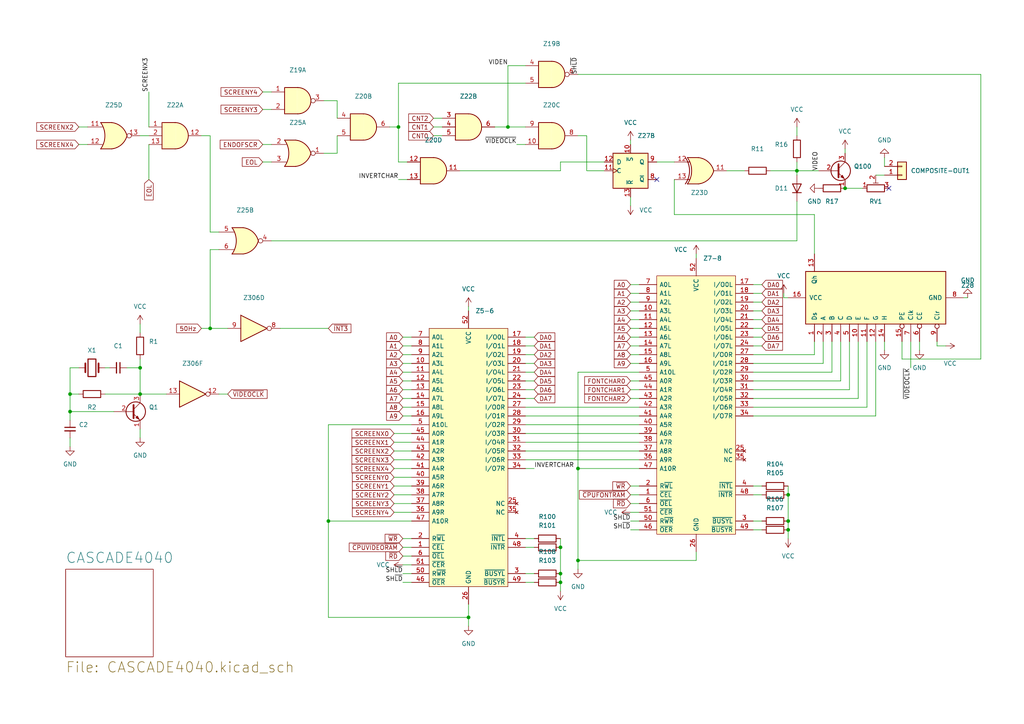
<source format=kicad_sch>
(kicad_sch (version 20211123) (generator eeschema)
  (paper "A4")
  (title_block (title "JupiterAceZ180") (date "2019-09-14") (rev "Alpha") (company "Ontobus") (comment 1 "John Bradley") (comment 2 "https://creativecommons.org/licenses/by-nc-sa/4.0/") (comment 3 "Attribution-NonCommercial-ShareAlike 4.0 International License.") (comment 4 "This work is licensed under a Creative Commons "))
  (lib_symbols
    (symbol "74xx:74AHCT04"
      (property "Reference" "U" (at 0 1.27 0))
      (property "Value" "74AHCT04" (at 0 -1.27 0))
      (symbol "74AHCT04_1_0"
        (pin input line (at -7.62 0 0) (length 3.81) (name "~") (number "1"))
        (pin output inverted (at 7.62 0 180) (length 3.81) (name "~") (number "2"))
      )
      (symbol "74AHCT04_2_0"
        (pin input line (at -7.62 0 0) (length 3.81) (name "~") (number "3"))
        (pin output inverted (at 7.62 0 180) (length 3.81) (name "~") (number "4"))
      )
      (symbol "74AHCT04_3_0"
        (pin input line (at -7.62 0 0) (length 3.81) (name "~") (number "5"))
        (pin output inverted (at 7.62 0 180) (length 3.81) (name "~") (number "6"))
      )
      (symbol "74AHCT04_4_0"
        (pin output inverted (at 7.62 0 180) (length 3.81) (name "~") (number "8"))
        (pin input line (at -7.62 0 0) (length 3.81) (name "~") (number "9"))
      )
      (symbol "74AHCT04_5_0"
        (pin output inverted (at 7.62 0 180) (length 3.81) (name "~") (number "10"))
        (pin input line (at -7.62 0 0) (length 3.81) (name "~") (number "11"))
      )
      (symbol "74AHCT04_6_0"
        (pin output inverted (at 7.62 0 180) (length 3.81) (name "~") (number "12"))
        (pin input line (at -7.62 0 0) (length 3.81) (name "~") (number "13"))
      )
      (symbol "74AHCT04_7_0"
        (pin power_in line (at 0 12.7 270) (length 5.08) (name "VCC") (number "14"))
        (pin power_in line (at 0 -12.7 90) (length 5.08) (name "GND") (number "7"))
      )
    )
    (symbol "74xx:74HCT00" (pin_names (offset 1.016))
      (property "Reference" "U" (at 0 1.27 0))
      (property "Value" "74HCT00" (at 0 -1.27 0))
      (symbol "74HCT00_1_1"
        (pin input line (at -7.62 2.54 0) (length 3.81) (name "~") (number "1"))
        (pin input line (at -7.62 -2.54 0) (length 3.81) (name "~") (number "2"))
        (pin output inverted (at 7.62 0 180) (length 3.81) (name "~") (number "3"))
      )
      (symbol "74HCT00_1_2"
        (pin input inverted (at -7.62 2.54 0) (length 4.318) (name "~") (number "1"))
        (pin input inverted (at -7.62 -2.54 0) (length 4.318) (name "~") (number "2"))
        (pin output line (at 7.62 0 180) (length 3.81) (name "~") (number "3"))
      )
      (symbol "74HCT00_2_1"
        (pin input line (at -7.62 2.54 0) (length 3.81) (name "~") (number "4"))
        (pin input line (at -7.62 -2.54 0) (length 3.81) (name "~") (number "5"))
        (pin output inverted (at 7.62 0 180) (length 3.81) (name "~") (number "6"))
      )
      (symbol "74HCT00_2_2"
        (pin input inverted (at -7.62 2.54 0) (length 4.318) (name "~") (number "4"))
        (pin input inverted (at -7.62 -2.54 0) (length 4.318) (name "~") (number "5"))
        (pin output line (at 7.62 0 180) (length 3.81) (name "~") (number "6"))
      )
      (symbol "74HCT00_3_1"
        (pin input line (at -7.62 -2.54 0) (length 3.81) (name "~") (number "10"))
        (pin output inverted (at 7.62 0 180) (length 3.81) (name "~") (number "8"))
        (pin input line (at -7.62 2.54 0) (length 3.81) (name "~") (number "9"))
      )
      (symbol "74HCT00_3_2"
        (pin input inverted (at -7.62 -2.54 0) (length 4.318) (name "~") (number "10"))
        (pin output line (at 7.62 0 180) (length 3.81) (name "~") (number "8"))
        (pin input inverted (at -7.62 2.54 0) (length 4.318) (name "~") (number "9"))
      )
      (symbol "74HCT00_4_1"
        (pin output inverted (at 7.62 0 180) (length 3.81) (name "~") (number "11"))
        (pin input line (at -7.62 2.54 0) (length 3.81) (name "~") (number "12"))
        (pin input line (at -7.62 -2.54 0) (length 3.81) (name "~") (number "13"))
      )
      (symbol "74HCT00_4_2"
        (pin output line (at 7.62 0 180) (length 3.81) (name "~") (number "11"))
        (pin input inverted (at -7.62 2.54 0) (length 4.318) (name "~") (number "12"))
        (pin input inverted (at -7.62 -2.54 0) (length 4.318) (name "~") (number "13"))
      )
      (symbol "74HCT00_5_0"
        (pin power_in line (at 0 12.7 270) (length 5.08) (name "VCC") (number "14"))
        (pin power_in line (at 0 -12.7 90) (length 5.08) (name "GND") (number "7"))
      )
    )
    (symbol "74xx:74HCT02" (pin_names (offset 1.016))
      (property "Reference" "U" (at 0 1.27 0))
      (property "Value" "74HCT02" (at 0 -1.27 0))
      (symbol "74HCT02_1_1"
        (pin output inverted (at 7.62 0 180) (length 3.81) (name "~") (number "1"))
        (pin input line (at -7.62 2.54 0) (length 4.318) (name "~") (number "2"))
        (pin input line (at -7.62 -2.54 0) (length 4.318) (name "~") (number "3"))
      )
      (symbol "74HCT02_1_2"
        (pin output line (at 7.62 0 180) (length 3.81) (name "~") (number "1"))
        (pin input inverted (at -7.62 2.54 0) (length 3.81) (name "~") (number "2"))
        (pin input inverted (at -7.62 -2.54 0) (length 3.81) (name "~") (number "3"))
      )
      (symbol "74HCT02_2_1"
        (pin output inverted (at 7.62 0 180) (length 3.81) (name "~") (number "4"))
        (pin input line (at -7.62 2.54 0) (length 4.318) (name "~") (number "5"))
        (pin input line (at -7.62 -2.54 0) (length 4.318) (name "~") (number "6"))
      )
      (symbol "74HCT02_2_2"
        (pin output line (at 7.62 0 180) (length 3.81) (name "~") (number "4"))
        (pin input inverted (at -7.62 2.54 0) (length 3.81) (name "~") (number "5"))
        (pin input inverted (at -7.62 -2.54 0) (length 3.81) (name "~") (number "6"))
      )
      (symbol "74HCT02_3_1"
        (pin output inverted (at 7.62 0 180) (length 3.81) (name "~") (number "10"))
        (pin input line (at -7.62 2.54 0) (length 4.318) (name "~") (number "8"))
        (pin input line (at -7.62 -2.54 0) (length 4.318) (name "~") (number "9"))
      )
      (symbol "74HCT02_3_2"
        (pin output line (at 7.62 0 180) (length 3.81) (name "~") (number "10"))
        (pin input inverted (at -7.62 2.54 0) (length 3.81) (name "~") (number "8"))
        (pin input inverted (at -7.62 -2.54 0) (length 3.81) (name "~") (number "9"))
      )
      (symbol "74HCT02_4_1"
        (pin input line (at -7.62 2.54 0) (length 4.318) (name "~") (number "11"))
        (pin input line (at -7.62 -2.54 0) (length 4.318) (name "~") (number "12"))
        (pin output inverted (at 7.62 0 180) (length 3.81) (name "~") (number "13"))
      )
      (symbol "74HCT02_4_2"
        (pin input inverted (at -7.62 2.54 0) (length 3.81) (name "~") (number "11"))
        (pin input inverted (at -7.62 -2.54 0) (length 3.81) (name "~") (number "12"))
        (pin output line (at 7.62 0 180) (length 3.81) (name "~") (number "13"))
      )
      (symbol "74HCT02_5_0"
        (pin power_in line (at 0 12.7 270) (length 5.08) (name "VCC") (number "14"))
        (pin power_in line (at 0 -12.7 90) (length 5.08) (name "GND") (number "7"))
      )
    )
    (symbol "74xx:74HCT04"
      (property "Reference" "U" (at 0 1.27 0))
      (property "Value" "74HCT04" (at 0 -1.27 0))
      (symbol "74HCT04_1_0"
        (pin input line (at -7.62 0 0) (length 3.81) (name "~") (number "1"))
        (pin output inverted (at 7.62 0 180) (length 3.81) (name "~") (number "2"))
      )
      (symbol "74HCT04_2_0"
        (pin input line (at -7.62 0 0) (length 3.81) (name "~") (number "3"))
        (pin output inverted (at 7.62 0 180) (length 3.81) (name "~") (number "4"))
      )
      (symbol "74HCT04_3_0"
        (pin input line (at -7.62 0 0) (length 3.81) (name "~") (number "5"))
        (pin output inverted (at 7.62 0 180) (length 3.81) (name "~") (number "6"))
      )
      (symbol "74HCT04_4_0"
        (pin output inverted (at 7.62 0 180) (length 3.81) (name "~") (number "8"))
        (pin input line (at -7.62 0 0) (length 3.81) (name "~") (number "9"))
      )
      (symbol "74HCT04_5_0"
        (pin output inverted (at 7.62 0 180) (length 3.81) (name "~") (number "10"))
        (pin input line (at -7.62 0 0) (length 3.81) (name "~") (number "11"))
      )
      (symbol "74HCT04_6_0"
        (pin output inverted (at 7.62 0 180) (length 3.81) (name "~") (number "12"))
        (pin input line (at -7.62 0 0) (length 3.81) (name "~") (number "13"))
      )
      (symbol "74HCT04_7_0"
        (pin power_in line (at 0 12.7 270) (length 5.08) (name "VCC") (number "14"))
        (pin power_in line (at 0 -12.7 90) (length 5.08) (name "GND") (number "7"))
      )
    )
    (symbol "74xx:74LS08" (pin_names (offset 1.016))
      (property "Reference" "U" (at 0 1.27 0))
      (property "Value" "74LS08" (at 0 -1.27 0))
      (symbol "74LS08_1_1"
        (pin input line (at -7.62 2.54 0) (length 3.81) (name "~") (number "1"))
        (pin input line (at -7.62 -2.54 0) (length 3.81) (name "~") (number "2"))
        (pin output line (at 7.62 0 180) (length 3.81) (name "~") (number "3"))
      )
      (symbol "74LS08_1_2"
        (pin input inverted (at -7.62 2.54 0) (length 4.318) (name "~") (number "1"))
        (pin input inverted (at -7.62 -2.54 0) (length 4.318) (name "~") (number "2"))
        (pin output inverted (at 7.62 0 180) (length 3.81) (name "~") (number "3"))
      )
      (symbol "74LS08_2_1"
        (pin input line (at -7.62 2.54 0) (length 3.81) (name "~") (number "4"))
        (pin input line (at -7.62 -2.54 0) (length 3.81) (name "~") (number "5"))
        (pin output line (at 7.62 0 180) (length 3.81) (name "~") (number "6"))
      )
      (symbol "74LS08_2_2"
        (pin input inverted (at -7.62 2.54 0) (length 4.318) (name "~") (number "4"))
        (pin input inverted (at -7.62 -2.54 0) (length 4.318) (name "~") (number "5"))
        (pin output inverted (at 7.62 0 180) (length 3.81) (name "~") (number "6"))
      )
      (symbol "74LS08_3_1"
        (pin input line (at -7.62 -2.54 0) (length 3.81) (name "~") (number "10"))
        (pin output line (at 7.62 0 180) (length 3.81) (name "~") (number "8"))
        (pin input line (at -7.62 2.54 0) (length 3.81) (name "~") (number "9"))
      )
      (symbol "74LS08_3_2"
        (pin input inverted (at -7.62 -2.54 0) (length 4.318) (name "~") (number "10"))
        (pin output inverted (at 7.62 0 180) (length 3.81) (name "~") (number "8"))
        (pin input inverted (at -7.62 2.54 0) (length 4.318) (name "~") (number "9"))
      )
      (symbol "74LS08_4_1"
        (pin output line (at 7.62 0 180) (length 3.81) (name "~") (number "11"))
        (pin input line (at -7.62 2.54 0) (length 3.81) (name "~") (number "12"))
        (pin input line (at -7.62 -2.54 0) (length 3.81) (name "~") (number "13"))
      )
      (symbol "74LS08_4_2"
        (pin output inverted (at 7.62 0 180) (length 3.81) (name "~") (number "11"))
        (pin input inverted (at -7.62 2.54 0) (length 4.318) (name "~") (number "12"))
        (pin input inverted (at -7.62 -2.54 0) (length 4.318) (name "~") (number "13"))
      )
      (symbol "74LS08_5_0"
        (pin power_in line (at 0 12.7 270) (length 5.08) (name "VCC") (number "14"))
        (pin power_in line (at 0 -12.7 90) (length 5.08) (name "GND") (number "7"))
      )
    )
    (symbol "74xx:74LS11" (pin_names (offset 1.016))
      (property "Reference" "U" (at 0 1.27 0))
      (property "Value" "74LS11" (at 0 -1.27 0))
      (symbol "74LS11_1_1"
        (pin input line (at -7.62 2.54 0) (length 3.81) (name "~") (number "1"))
        (pin output line (at 7.62 0 180) (length 3.81) (name "~") (number "12"))
        (pin input line (at -7.62 -2.54 0) (length 3.81) (name "~") (number "13"))
        (pin input line (at -7.62 0 0) (length 3.81) (name "~") (number "2"))
      )
      (symbol "74LS11_1_2"
        (pin input inverted (at -7.62 2.54 0) (length 4.318) (name "~") (number "1"))
        (pin output inverted (at 7.62 0 180) (length 3.81) (name "~") (number "12"))
        (pin input inverted (at -7.62 -2.54 0) (length 4.318) (name "~") (number "13"))
        (pin input inverted (at -7.62 0 0) (length 4.953) (name "~") (number "2"))
      )
      (symbol "74LS11_2_1"
        (pin input line (at -7.62 2.54 0) (length 3.81) (name "~") (number "3"))
        (pin input line (at -7.62 0 0) (length 3.81) (name "~") (number "4"))
        (pin input line (at -7.62 -2.54 0) (length 3.81) (name "~") (number "5"))
        (pin output line (at 7.62 0 180) (length 3.81) (name "~") (number "6"))
      )
      (symbol "74LS11_2_2"
        (pin input inverted (at -7.62 2.54 0) (length 4.318) (name "~") (number "3"))
        (pin input inverted (at -7.62 0 0) (length 4.953) (name "~") (number "4"))
        (pin input inverted (at -7.62 -2.54 0) (length 4.318) (name "~") (number "5"))
        (pin output inverted (at 7.62 0 180) (length 3.81) (name "~") (number "6"))
      )
      (symbol "74LS11_3_1"
        (pin input line (at -7.62 0 0) (length 3.81) (name "~") (number "10"))
        (pin input line (at -7.62 -2.54 0) (length 3.81) (name "~") (number "11"))
        (pin output line (at 7.62 0 180) (length 3.81) (name "~") (number "8"))
        (pin input line (at -7.62 2.54 0) (length 3.81) (name "~") (number "9"))
      )
      (symbol "74LS11_3_2"
        (pin input inverted (at -7.62 0 0) (length 4.953) (name "~") (number "10"))
        (pin input inverted (at -7.62 -2.54 0) (length 4.318) (name "~") (number "11"))
        (pin output inverted (at 7.62 0 180) (length 3.81) (name "~") (number "8"))
        (pin input inverted (at -7.62 2.54 0) (length 4.318) (name "~") (number "9"))
      )
      (symbol "74LS11_4_0"
        (pin power_in line (at 0 12.7 270) (length 5.08) (name "VCC") (number "14"))
        (pin power_in line (at 0 -12.7 90) (length 5.08) (name "GND") (number "7"))
      )
    )
    (symbol "74xx:74LS166" (pin_names (offset 1.016))
      (property "Reference" "U" (at -7.62 21.59 0))
      (property "Value" "74LS166" (at -7.62 -21.59 0))
      (symbol "74LS166_1_0"
        (pin input line (at -12.7 17.78 0) (length 5.08) (name "Ds") (number "1"))
        (pin input line (at -12.7 5.08 0) (length 5.08) (name "E") (number "10"))
        (pin input line (at -12.7 2.54 0) (length 5.08) (name "F") (number "11"))
        (pin input line (at -12.7 0 0) (length 5.08) (name "G") (number "12"))
        (pin output line (at 12.7 17.78 180) (length 5.08) (name "Qh") (number "13"))
        (pin input line (at -12.7 -2.54 0) (length 5.08) (name "H") (number "14"))
        (pin input inverted (at -12.7 -7.62 0) (length 5.08) (name "PE") (number "15"))
        (pin power_in line (at 0 25.4 270) (length 5.08) (name "VCC") (number "16"))
        (pin input line (at -12.7 15.24 0) (length 5.08) (name "A") (number "2"))
        (pin input line (at -12.7 12.7 0) (length 5.08) (name "B") (number "3"))
        (pin input line (at -12.7 10.16 0) (length 5.08) (name "C") (number "4"))
        (pin input line (at -12.7 7.62 0) (length 5.08) (name "D") (number "5"))
        (pin input inverted (at -12.7 -12.7 0) (length 5.08) (name "CE") (number "6"))
        (pin input line (at -12.7 -10.16 0) (length 5.08) (name "Clk") (number "7"))
        (pin power_in line (at 0 -25.4 90) (length 5.08) (name "GND") (number "8"))
        (pin input inverted (at -12.7 -17.78 0) (length 5.08) (name "Clr") (number "9"))
      )
    )
    (symbol "74xx:74LS74" (pin_names (offset 1.016))
      (property "Reference" "U" (at -7.62 8.89 0))
      (property "Value" "74LS74" (at -7.62 -8.89 0))
      (symbol "74LS74_1_0"
        (pin input line (at 0 -7.62 90) (length 2.54) (name "~{R}") (number "1"))
        (pin input line (at -7.62 2.54 0) (length 2.54) (name "D") (number "2"))
        (pin input clock (at -7.62 0 0) (length 2.54) (name "C") (number "3"))
        (pin input line (at 0 7.62 270) (length 2.54) (name "~{S}") (number "4"))
        (pin output line (at 7.62 2.54 180) (length 2.54) (name "Q") (number "5"))
        (pin output line (at 7.62 -2.54 180) (length 2.54) (name "~{Q}") (number "6"))
      )
      (symbol "74LS74_2_0"
        (pin input line (at 0 7.62 270) (length 2.54) (name "~{S}") (number "10"))
        (pin input clock (at -7.62 0 0) (length 2.54) (name "C") (number "11"))
        (pin input line (at -7.62 2.54 0) (length 2.54) (name "D") (number "12"))
        (pin input line (at 0 -7.62 90) (length 2.54) (name "~{R}") (number "13"))
        (pin output line (at 7.62 -2.54 180) (length 2.54) (name "~{Q}") (number "8"))
        (pin output line (at 7.62 2.54 180) (length 2.54) (name "Q") (number "9"))
      )
      (symbol "74LS74_3_0"
        (pin power_in line (at 0 10.16 270) (length 2.54) (name "VCC") (number "14"))
        (pin power_in line (at 0 -10.16 90) (length 2.54) (name "GND") (number "7"))
      )
    )
    (symbol "74xx:74LS86" (pin_names (offset 1.016))
      (property "Reference" "U" (at 0 1.27 0))
      (property "Value" "74LS86" (at 0 -1.27 0))
      (symbol "74LS86_1_0"
        (pin input line (at -7.62 2.54 0) (length 4.445) (name "~") (number "1"))
        (pin input line (at -7.62 -2.54 0) (length 4.445) (name "~") (number "2"))
        (pin output line (at 7.62 0 180) (length 3.81) (name "~") (number "3"))
      )
      (symbol "74LS86_2_0"
        (pin input line (at -7.62 2.54 0) (length 4.445) (name "~") (number "4"))
        (pin input line (at -7.62 -2.54 0) (length 4.445) (name "~") (number "5"))
        (pin output line (at 7.62 0 180) (length 3.81) (name "~") (number "6"))
      )
      (symbol "74LS86_3_0"
        (pin input line (at -7.62 -2.54 0) (length 4.445) (name "~") (number "10"))
        (pin output line (at 7.62 0 180) (length 3.81) (name "~") (number "8"))
        (pin input line (at -7.62 2.54 0) (length 4.445) (name "~") (number "9"))
      )
      (symbol "74LS86_4_0"
        (pin output line (at 7.62 0 180) (length 3.81) (name "~") (number "11"))
        (pin input line (at -7.62 2.54 0) (length 4.445) (name "~") (number "12"))
        (pin input line (at -7.62 -2.54 0) (length 4.445) (name "~") (number "13"))
      )
      (symbol "74LS86_5_0"
        (pin power_in line (at 0 12.7 270) (length 5.08) (name "VCC") (number "14"))
        (pin power_in line (at 0 -12.7 90) (length 5.08) (name "GND") (number "7"))
      )
    )
    (symbol "Connector_Generic:Conn_01x02" (pin_names (offset 1.016) hide)
      (property "Reference" "J" (at 0 2.54 0))
      (property "Value" "Conn_01x02" (at 0 -5.08 0))
      (symbol "Conn_01x02_1_1"
        (pin passive line (at -5.08 0 0) (length 3.81) (name "Pin_1") (number "1"))
        (pin passive line (at -5.08 -2.54 0) (length 3.81) (name "Pin_2") (number "2"))
      )
    )
    (symbol "Device:C_Small" (pin_numbers hide) (pin_names (offset 0.254) hide)
      (property "Reference" "C" (at 0.254 1.778 0))
      (property "Value" "C_Small" (at 0.254 -2.032 0))
      (symbol "C_Small_1_1"
        (pin passive line (at 0 2.54 270) (length 2.032) (name "~") (number "1"))
        (pin passive line (at 0 -2.54 90) (length 2.032) (name "~") (number "2"))
      )
    )
    (symbol "Device:Crystal" (pin_numbers hide) (pin_names (offset 1.016) hide)
      (property "Reference" "Y" (at 0 3.81 0))
      (property "Value" "Crystal" (at 0 -3.81 0))
      (symbol "Crystal_1_1"
        (pin passive line (at -3.81 0 0) (length 1.27) (name "1") (number "1"))
        (pin passive line (at 3.81 0 180) (length 1.27) (name "2") (number "2"))
      )
    )
    (symbol "Device:R" (pin_numbers hide) (pin_names (offset 0))
      (property "Reference" "R" (at 2.032 0 90))
      (property "Value" "R" (at 0 0 90))
      (symbol "R_1_1"
        (pin passive line (at 0 3.81 270) (length 1.27) (name "~") (number "1"))
        (pin passive line (at 0 -3.81 90) (length 1.27) (name "~") (number "2"))
      )
    )
    (symbol "Device:R_Potentiometer_Trim" (pin_names (offset 1.016) hide)
      (property "Reference" "RV" (at -4.445 0 90))
      (property "Value" "R_Potentiometer_Trim" (at -2.54 0 90))
      (symbol "R_Potentiometer_Trim_1_1"
        (pin passive line (at 0 3.81 270) (length 1.27) (name "1") (number "1"))
        (pin passive line (at 3.81 0 180) (length 1.27) (name "2") (number "2"))
        (pin passive line (at 0 -3.81 90) (length 1.27) (name "3") (number "3"))
      )
    )
    (symbol "Diode:1N4148" (pin_numbers hide) (pin_names (offset 1.016) hide)
      (property "Reference" "D" (at 0 2.54 0))
      (property "Value" "1N4148" (at 0 -2.54 0))
      (symbol "1N4148_1_1"
        (pin passive line (at -3.81 0 0) (length 2.54) (name "K") (number "1"))
        (pin passive line (at 3.81 0 180) (length 2.54) (name "A") (number "2"))
      )
    )
    (symbol "ExtraSymbols:IDT71321-421-52PIN-PLCC" (pin_names (offset 0.762))
      (property "Reference" "IC" (at 21.59 3.81 0))
      (property "Value" "IDT71321-421-52PIN-PLCC" (at 1.27 3.81 0))
      (symbol "IDT71321-421-52PIN-PLCC_0_0"
        (pin input line (at 0 -60.96 0) (length 5.08) (name "~{CEL}") (number "1"))
        (pin input line (at 0 -7.62 0) (length 5.08) (name "A3L") (number "10"))
        (pin input line (at 0 -10.16 0) (length 5.08) (name "A4L") (number "11"))
        (pin input line (at 0 -12.7 0) (length 5.08) (name "A5L") (number "12"))
        (pin input line (at 0 -15.24 0) (length 5.08) (name "A6L") (number "13"))
        (pin input line (at 0 -17.78 0) (length 5.08) (name "A7L") (number "14"))
        (pin input line (at 0 -20.32 0) (length 5.08) (name "A8L") (number "15"))
        (pin input line (at 0 -22.86 0) (length 5.08) (name "A9L") (number "16"))
        (pin bidirectional line (at 33.02 0 180) (length 5.08) (name "I/O0L") (number "17"))
        (pin bidirectional line (at 33.02 -2.54 180) (length 5.08) (name "I/O1L") (number "18"))
        (pin bidirectional line (at 33.02 -5.08 180) (length 5.08) (name "I/O2L") (number "19"))
        (pin input line (at 0 -58.42 0) (length 5.08) (name "R~{WL}") (number "2"))
        (pin bidirectional line (at 33.02 -7.62 180) (length 5.08) (name "I/O3L") (number "20"))
        (pin bidirectional line (at 33.02 -10.16 180) (length 5.08) (name "I/O4L") (number "21"))
        (pin bidirectional line (at 33.02 -12.7 180) (length 5.08) (name "I/O5L") (number "22"))
        (pin bidirectional line (at 33.02 -15.24 180) (length 5.08) (name "I/O6L") (number "23"))
        (pin bidirectional line (at 33.02 -17.78 180) (length 5.08) (name "I/O7L") (number "24"))
        (pin no_connect line (at 30.48 -48.26 180) (length 2.54) (name "NC") (number "25"))
        (pin power_in line (at 16.51 -77.47 90) (length 5.08) (name "GND") (number "26"))
        (pin bidirectional line (at 33.02 -20.32 180) (length 5.08) (name "I/O0R") (number "27"))
        (pin bidirectional line (at 33.02 -22.86 180) (length 5.08) (name "I/O1R") (number "28"))
        (pin bidirectional line (at 33.02 -25.4 180) (length 5.08) (name "I/O2R") (number "29"))
        (pin open_collector line (at 33.02 -68.58 180) (length 5.08) (name "~{BUSYL}") (number "3"))
        (pin bidirectional line (at 33.02 -27.94 180) (length 5.08) (name "I/O3R") (number "30"))
        (pin bidirectional line (at 33.02 -30.48 180) (length 5.08) (name "I/O4R") (number "31"))
        (pin bidirectional line (at 33.02 -33.02 180) (length 5.08) (name "I/O5R") (number "32"))
        (pin bidirectional line (at 33.02 -35.56 180) (length 5.08) (name "I/O6R") (number "33"))
        (pin bidirectional line (at 33.02 -38.1 180) (length 5.08) (name "I/O7R") (number "34"))
        (pin no_connect line (at 30.48 -50.8 180) (length 2.54) (name "NC") (number "35"))
        (pin input line (at 0 -50.8 0) (length 5.08) (name "A9R") (number "36"))
        (pin input line (at 0 -48.26 0) (length 5.08) (name "A8R") (number "37"))
        (pin input line (at 0 -45.72 0) (length 5.08) (name "A7R") (number "38"))
        (pin input line (at 0 -43.18 0) (length 5.08) (name "A6R") (number "39"))
        (pin output line (at 33.02 -58.42 180) (length 5.08) (name "~{INTL}") (number "4"))
        (pin input line (at 0 -40.64 0) (length 5.08) (name "A5R") (number "40"))
        (pin input line (at 0 -38.1 0) (length 5.08) (name "A4R") (number "41"))
        (pin input line (at 0 -35.56 0) (length 5.08) (name "A3R") (number "42"))
        (pin input line (at 0 -33.02 0) (length 5.08) (name "A2R") (number "43"))
        (pin input line (at 0 -30.48 0) (length 5.08) (name "A1R") (number "44"))
        (pin input line (at 0 -27.94 0) (length 5.08) (name "A0R") (number "45"))
        (pin input line (at 0 -71.12 0) (length 5.08) (name "~{OER}") (number "46"))
        (pin input line (at 0 -53.34 0) (length 5.08) (name "A10R") (number "47"))
        (pin output line (at 33.02 -60.96 180) (length 5.08) (name "~{INTR}") (number "48"))
        (pin open_collector line (at 33.02 -71.12 180) (length 5.08) (name "~{BUSYR}") (number "49"))
        (pin input line (at 0 -25.4 0) (length 5.08) (name "A10L") (number "5"))
        (pin input line (at 0 -68.58 0) (length 5.08) (name "R~{WR}") (number "50"))
        (pin input line (at 0 -66.04 0) (length 5.08) (name "~{CER}") (number "51"))
        (pin power_in line (at 16.51 7.62 270) (length 5.08) (name "VCC") (number "52"))
        (pin input line (at 0 -63.5 0) (length 5.08) (name "~{OEL}") (number "6"))
        (pin input line (at 0 0 0) (length 5.08) (name "A0L") (number "7"))
        (pin input line (at 0 -2.54 0) (length 5.08) (name "A1L") (number "8"))
        (pin input line (at 0 -5.08 0) (length 5.08) (name "A2L") (number "9"))
      )
    )
    (symbol "Transistor_BJT:2N3904" (pin_names (offset 0) hide)
      (property "Reference" "Q" (at 5.08 1.905 0))
      (property "Value" "2N3904" (at 5.08 0 0))
      (symbol "2N3904_1_1"
        (pin passive line (at 2.54 -5.08 90) (length 2.54) (name "E") (number "1"))
        (pin passive line (at -5.08 0 0) (length 5.715) (name "B") (number "2"))
        (pin passive line (at 2.54 5.08 270) (length 2.54) (name "C") (number "3"))
      )
    )
    (symbol "power:GND" (power) (pin_names (offset 0))
      (property "Value" "GND" (at 0 -3.81 0))
      (symbol "GND_1_1"
        (pin power_in line (at 0 0 270) (length 0) hide (name "GND") (number "1"))
      )
    )
    (symbol "power:VCC" (power) (pin_names (offset 0))
      (property "Value" "VCC" (at 0 3.81 0))
      (symbol "VCC_1_1"
        (pin power_in line (at 0 0 90) (length 0) hide (name "VCC") (number "1"))
      )
    )
  )
  (junction (at 20.32 114.3))
  (junction (at 228.6 143.51))
  (junction (at 147.32 36.83))
  (junction (at 228.6 153.67))
  (junction (at 228.6 151.13))
  (junction (at 40.64 114.3))
  (junction (at 135.89 179.07))
  (junction (at 231.14 49.53))
  (junction (at 162.56 166.37))
  (junction (at 162.56 168.91))
  (junction (at 40.64 106.68))
  (junction (at 20.32 119.38))
  (junction (at 162.56 158.75))
  (junction (at 167.64 135.89))
  (junction (at 95.25 151.13))
  (junction (at 115.57 36.83))
  (junction (at 60.96 95.25))
  (junction (at 245.11 54.61))
  (junction (at 167.64 162.56))
  (no_connect (at 190.5 52.07))
  (no_connect (at 257.81 54.61))
  (wire (pts (xy 119.38 105.41) (xy 116.84 105.41)))
  (wire (pts (xy 185.42 85.09) (xy 182.88 85.09)))
  (wire (pts (xy 218.44 120.65) (xy 254 120.65)))
  (wire (pts (xy 167.64 135.89) (xy 167.64 162.56)))
  (wire (pts (xy 25.4 36.83) (xy 22.86 36.83)))
  (wire (pts (xy 218.44 97.79) (xy 220.98 97.79)))
  (wire (pts (xy 236.22 73.66) (xy 236.22 62.23)))
  (wire (pts (xy 114.3 128.27) (xy 119.38 128.27)))
  (wire (pts (xy 152.4 156.21) (xy 154.94 156.21)))
  (wire (pts (xy 185.42 135.89) (xy 167.64 135.89)))
  (wire (pts (xy 167.64 162.56) (xy 201.93 162.56)))
  (wire (pts (xy 20.32 119.38) (xy 33.02 119.38)))
  (wire (pts (xy 43.18 41.91) (xy 43.18 52.07)))
  (wire (pts (xy 218.44 82.55) (xy 220.98 82.55)))
  (wire (pts (xy 152.4 125.73) (xy 185.42 125.73)))
  (wire (pts (xy 78.74 31.75) (xy 76.2 31.75)))
  (wire (pts (xy 152.4 107.95) (xy 154.94 107.95)))
  (wire (pts (xy 60.96 67.31) (xy 63.5 67.31)))
  (wire (pts (xy 152.4 128.27) (xy 185.42 128.27)))
  (wire (pts (xy 175.26 46.99) (xy 162.56 46.99)))
  (wire (pts (xy 185.42 105.41) (xy 182.88 105.41)))
  (wire (pts (xy 97.79 29.21) (xy 97.79 34.29)))
  (wire (pts (xy 185.42 107.95) (xy 167.64 107.95)))
  (wire (pts (xy 152.4 100.33) (xy 154.94 100.33)))
  (wire (pts (xy 30.48 114.3) (xy 40.64 114.3)))
  (wire (pts (xy 228.6 143.51) (xy 228.6 151.13)))
  (wire (pts (xy 135.89 179.07) (xy 135.89 175.26)))
  (wire (pts (xy 40.64 96.52) (xy 40.64 93.98)))
  (wire (pts (xy 115.57 24.13) (xy 152.4 24.13)))
  (wire (pts (xy 201.93 160.02) (xy 201.93 162.56)))
  (wire (pts (xy 147.32 19.05) (xy 152.4 19.05)))
  (wire (pts (xy 175.26 49.53) (xy 170.18 49.53)))
  (wire (pts (xy 58.42 39.37) (xy 60.96 39.37)))
  (wire (pts (xy 119.38 156.21) (xy 116.84 156.21)))
  (wire (pts (xy 119.38 110.49) (xy 116.84 110.49)))
  (wire (pts (xy 223.52 49.53) (xy 231.14 49.53)))
  (wire (pts (xy 218.44 153.67) (xy 220.98 153.67)))
  (wire (pts (xy 238.76 99.06) (xy 238.76 105.41)))
  (wire (pts (xy 114.3 148.59) (xy 119.38 148.59)))
  (wire (pts (xy 162.56 158.75) (xy 162.56 166.37)))
  (wire (pts (xy 78.74 69.85) (xy 231.14 69.85)))
  (wire (pts (xy 135.89 179.07) (xy 95.25 179.07)))
  (wire (pts (xy 228.6 153.67) (xy 228.6 156.21)))
  (wire (pts (xy 243.84 99.06) (xy 243.84 110.49)))
  (wire (pts (xy 218.44 151.13) (xy 220.98 151.13)))
  (wire (pts (xy 185.42 97.79) (xy 182.88 97.79)))
  (wire (pts (xy 162.56 46.99) (xy 162.56 49.53)))
  (wire (pts (xy 185.42 153.67) (xy 182.88 153.67)))
  (wire (pts (xy 185.42 151.13) (xy 182.88 151.13)))
  (wire (pts (xy 152.4 113.03) (xy 154.94 113.03)))
  (wire (pts (xy 152.4 110.49) (xy 154.94 110.49)))
  (wire (pts (xy 185.42 92.71) (xy 182.88 92.71)))
  (wire (pts (xy 63.5 114.3) (xy 66.04 114.3)))
  (wire (pts (xy 152.4 135.89) (xy 154.94 135.89)))
  (wire (pts (xy 118.11 52.07) (xy 115.57 52.07)))
  (wire (pts (xy 119.38 107.95) (xy 116.84 107.95)))
  (wire (pts (xy 119.38 97.79) (xy 116.84 97.79)))
  (wire (pts (xy 93.98 29.21) (xy 97.79 29.21)))
  (wire (pts (xy 152.4 130.81) (xy 185.42 130.81)))
  (wire (pts (xy 40.64 114.3) (xy 48.26 114.3)))
  (wire (pts (xy 185.42 95.25) (xy 182.88 95.25)))
  (wire (pts (xy 261.62 104.14) (xy 284.48 104.14)))
  (wire (pts (xy 114.3 135.89) (xy 119.38 135.89)))
  (wire (pts (xy 185.42 113.03) (xy 182.88 113.03)))
  (wire (pts (xy 185.42 143.51) (xy 182.88 143.51)))
  (wire (pts (xy 20.32 129.54) (xy 20.32 127)))
  (wire (pts (xy 114.3 146.05) (xy 119.38 146.05)))
  (wire (pts (xy 152.4 166.37) (xy 154.94 166.37)))
  (wire (pts (xy 227.33 86.36) (xy 227.33 85.09)))
  (wire (pts (xy 248.92 99.06) (xy 248.92 115.57)))
  (wire (pts (xy 152.4 115.57) (xy 154.94 115.57)))
  (wire (pts (xy 218.44 107.95) (xy 241.3 107.95)))
  (wire (pts (xy 114.3 138.43) (xy 119.38 138.43)))
  (wire (pts (xy 190.5 46.99) (xy 195.58 46.99)))
  (wire (pts (xy 256.54 48.26) (xy 256.54 45.72)))
  (wire (pts (xy 218.44 113.03) (xy 246.38 113.03)))
  (wire (pts (xy 218.44 118.11) (xy 251.46 118.11)))
  (wire (pts (xy 218.44 87.63) (xy 220.98 87.63)))
  (wire (pts (xy 147.32 36.83) (xy 147.32 19.05)))
  (wire (pts (xy 25.4 41.91) (xy 22.86 41.91)))
  (wire (pts (xy 40.64 39.37) (xy 43.18 39.37)))
  (wire (pts (xy 119.38 100.33) (xy 116.84 100.33)))
  (wire (pts (xy 114.3 140.97) (xy 119.38 140.97)))
  (wire (pts (xy 246.38 99.06) (xy 246.38 113.03)))
  (wire (pts (xy 185.42 102.87) (xy 182.88 102.87)))
  (wire (pts (xy 231.14 58.42) (xy 231.14 69.85)))
  (wire (pts (xy 152.4 133.35) (xy 185.42 133.35)))
  (wire (pts (xy 220.98 143.51) (xy 218.44 143.51)))
  (wire (pts (xy 256.54 50.8) (xy 254 50.8)))
  (wire (pts (xy 40.64 104.14) (xy 40.64 106.68)))
  (wire (pts (xy 128.27 39.37) (xy 125.73 39.37)))
  (wire (pts (xy 284.48 104.14) (xy 284.48 21.59)))
  (wire (pts (xy 228.6 86.36) (xy 227.33 86.36)))
  (wire (pts (xy 185.42 87.63) (xy 182.88 87.63)))
  (wire (pts (xy 218.44 110.49) (xy 243.84 110.49)))
  (wire (pts (xy 241.3 99.06) (xy 241.3 107.95)))
  (wire (pts (xy 231.14 50.8) (xy 231.14 49.53)))
  (wire (pts (xy 119.38 163.83) (xy 116.84 163.83)))
  (wire (pts (xy 182.88 41.91) (xy 182.88 40.64)))
  (wire (pts (xy 119.38 102.87) (xy 116.84 102.87)))
  (wire (pts (xy 20.32 114.3) (xy 20.32 119.38)))
  (wire (pts (xy 115.57 36.83) (xy 115.57 24.13)))
  (wire (pts (xy 256.54 99.06) (xy 256.54 101.6)))
  (wire (pts (xy 162.56 166.37) (xy 162.56 168.91)))
  (wire (pts (xy 36.83 106.68) (xy 40.64 106.68)))
  (wire (pts (xy 119.38 115.57) (xy 116.84 115.57)))
  (wire (pts (xy 215.9 49.53) (xy 210.82 49.53)))
  (wire (pts (xy 119.38 161.29) (xy 116.84 161.29)))
  (wire (pts (xy 119.38 168.91) (xy 116.84 168.91)))
  (wire (pts (xy 135.89 90.17) (xy 135.89 88.9)))
  (wire (pts (xy 119.38 151.13) (xy 95.25 151.13)))
  (wire (pts (xy 185.42 110.49) (xy 182.88 110.49)))
  (wire (pts (xy 20.32 114.3) (xy 22.86 114.3)))
  (wire (pts (xy 114.3 125.73) (xy 119.38 125.73)))
  (wire (pts (xy 115.57 36.83) (xy 115.57 46.99)))
  (wire (pts (xy 167.64 39.37) (xy 170.18 39.37)))
  (wire (pts (xy 231.14 49.53) (xy 237.49 49.53)))
  (wire (pts (xy 218.44 95.25) (xy 220.98 95.25)))
  (wire (pts (xy 113.03 36.83) (xy 115.57 36.83)))
  (wire (pts (xy 264.16 99.06) (xy 264.16 106.68)))
  (wire (pts (xy 78.74 26.67) (xy 76.2 26.67)))
  (wire (pts (xy 231.14 39.37) (xy 231.14 36.83)))
  (wire (pts (xy 119.38 113.03) (xy 116.84 113.03)))
  (wire (pts (xy 58.42 95.25) (xy 60.96 95.25)))
  (wire (pts (xy 152.4 120.65) (xy 185.42 120.65)))
  (wire (pts (xy 185.42 148.59) (xy 182.88 148.59)))
  (wire (pts (xy 185.42 90.17) (xy 182.88 90.17)))
  (wire (pts (xy 251.46 99.06) (xy 251.46 118.11)))
  (wire (pts (xy 95.25 151.13) (xy 95.25 123.19)))
  (wire (pts (xy 43.18 36.83) (xy 43.18 26.67)))
  (wire (pts (xy 60.96 72.39) (xy 63.5 72.39)))
  (wire (pts (xy 114.3 133.35) (xy 119.38 133.35)))
  (wire (pts (xy 60.96 39.37) (xy 60.96 67.31)))
  (wire (pts (xy 167.64 165.1) (xy 167.64 162.56)))
  (wire (pts (xy 154.94 158.75) (xy 152.4 158.75)))
  (wire (pts (xy 185.42 115.57) (xy 182.88 115.57)))
  (wire (pts (xy 271.78 99.06) (xy 271.78 100.33)))
  (wire (pts (xy 185.42 146.05) (xy 182.88 146.05)))
  (wire (pts (xy 60.96 95.25) (xy 60.96 72.39)))
  (wire (pts (xy 119.38 118.11) (xy 116.84 118.11)))
  (wire (pts (xy 162.56 168.91) (xy 162.56 171.45)))
  (wire (pts (xy 201.93 74.93) (xy 201.93 73.66)))
  (wire (pts (xy 167.64 107.95) (xy 167.64 135.89)))
  (wire (pts (xy 218.44 90.17) (xy 220.98 90.17)))
  (wire (pts (xy 143.51 36.83) (xy 147.32 36.83)))
  (wire (pts (xy 119.38 158.75) (xy 116.84 158.75)))
  (wire (pts (xy 133.35 49.53) (xy 162.56 49.53)))
  (wire (pts (xy 128.27 34.29) (xy 125.73 34.29)))
  (wire (pts (xy 218.44 102.87) (xy 236.22 102.87)))
  (wire (pts (xy 95.25 123.19) (xy 119.38 123.19)))
  (wire (pts (xy 93.98 44.45) (xy 97.79 44.45)))
  (wire (pts (xy 152.4 105.41) (xy 154.94 105.41)))
  (wire (pts (xy 152.4 118.11) (xy 185.42 118.11)))
  (wire (pts (xy 218.44 140.97) (xy 220.98 140.97)))
  (wire (pts (xy 254 99.06) (xy 254 120.65)))
  (wire (pts (xy 20.32 106.68) (xy 20.32 114.3)))
  (wire (pts (xy 135.89 181.61) (xy 135.89 179.07)))
  (wire (pts (xy 31.75 106.68) (xy 30.48 106.68)))
  (wire (pts (xy 20.32 119.38) (xy 20.32 121.92)))
  (wire (pts (xy 60.96 95.25) (xy 66.04 95.25)))
  (wire (pts (xy 40.64 124.46) (xy 40.64 127)))
  (wire (pts (xy 167.64 21.59) (xy 284.48 21.59)))
  (wire (pts (xy 152.4 102.87) (xy 154.94 102.87)))
  (wire (pts (xy 78.74 46.99) (xy 76.2 46.99)))
  (wire (pts (xy 114.3 130.81) (xy 119.38 130.81)))
  (wire (pts (xy 228.6 151.13) (xy 228.6 153.67)))
  (wire (pts (xy 97.79 44.45) (xy 97.79 39.37)))
  (wire (pts (xy 195.58 62.23) (xy 195.58 52.07)))
  (wire (pts (xy 185.42 100.33) (xy 182.88 100.33)))
  (wire (pts (xy 218.44 92.71) (xy 220.98 92.71)))
  (wire (pts (xy 119.38 166.37) (xy 116.84 166.37)))
  (wire (pts (xy 195.58 62.23) (xy 236.22 62.23)))
  (wire (pts (xy 266.7 99.06) (xy 266.7 101.6)))
  (wire (pts (xy 261.62 99.06) (xy 261.62 104.14)))
  (wire (pts (xy 245.11 44.45) (xy 245.11 43.18)))
  (wire (pts (xy 152.4 123.19) (xy 185.42 123.19)))
  (wire (pts (xy 125.73 36.83) (xy 128.27 36.83)))
  (wire (pts (xy 228.6 140.97) (xy 228.6 143.51)))
  (wire (pts (xy 218.44 100.33) (xy 220.98 100.33)))
  (wire (pts (xy 81.28 95.25) (xy 95.25 95.25)))
  (wire (pts (xy 78.74 41.91) (xy 76.2 41.91)))
  (wire (pts (xy 152.4 41.91) (xy 149.86 41.91)))
  (wire (pts (xy 182.88 57.15) (xy 182.88 59.69)))
  (wire (pts (xy 218.44 115.57) (xy 248.92 115.57)))
  (wire (pts (xy 170.18 39.37) (xy 170.18 49.53)))
  (wire (pts (xy 274.32 100.33) (xy 271.78 100.33)))
  (wire (pts (xy 152.4 97.79) (xy 154.94 97.79)))
  (wire (pts (xy 185.42 82.55) (xy 182.88 82.55)))
  (wire (pts (xy 95.25 179.07) (xy 95.25 151.13)))
  (wire (pts (xy 218.44 85.09) (xy 220.98 85.09)))
  (wire (pts (xy 115.57 46.99) (xy 118.11 46.99)))
  (wire (pts (xy 40.64 114.3) (xy 40.64 106.68)))
  (wire (pts (xy 279.4 86.36) (xy 280.67 86.36)))
  (wire (pts (xy 20.32 106.68) (xy 22.86 106.68)))
  (wire (pts (xy 162.56 156.21) (xy 162.56 158.75)))
  (wire (pts (xy 218.44 105.41) (xy 238.76 105.41)))
  (wire (pts (xy 119.38 120.65) (xy 116.84 120.65)))
  (wire (pts (xy 147.32 36.83) (xy 152.4 36.83)))
  (wire (pts (xy 236.22 99.06) (xy 236.22 102.87)))
  (wire (pts (xy 245.11 54.61) (xy 250.19 54.61)))
  (wire (pts (xy 185.42 140.97) (xy 182.88 140.97)))
  (wire (pts (xy 152.4 168.91) (xy 154.94 168.91)))
  (wire (pts (xy 231.14 46.99) (xy 231.14 49.53)))
  (wire (pts (xy 114.3 143.51) (xy 119.38 143.51)))
  (label "SH~{LD}" (at 182.88 153.67 180))
  (label "~{VIDEOCLK}" (at 264.16 106.68 270))
  (label "VIDEN" (at 147.32 19.05 180))
  (label "~{VIDEOCLK}" (at 149.86 41.91 180))
  (label "SH~{LD}" (at 116.84 166.37 180))
  (label "INVERTCHAR" (at 154.94 135.89 0))
  (label "SH~{LD}" (at 116.84 168.91 180))
  (label "SH~{LD}" (at 182.88 151.13 180))
  (label "SH~{LD}" (at 167.64 21.59 90))
  (label "SCREENX3" (at 43.18 26.67 90))
  (label "VIDEO" (at 237.49 49.53 90))
  (label "INVERTCHAR" (at 115.57 52.07 180))
  (global_label "~{RD}" (shape input) (at 116.84 161.29 180) (property "Intersheet References" "${INTERSHEET_REFS}" (at 111.9758 161.2106 0) (effects (justify right))))
  (global_label "~{WR}" (shape input) (at 116.84 156.21 180) (property "Intersheet References" "${INTERSHEET_REFS}" (at 111.7944 156.1306 0) (effects (justify right))))
  (global_label "SCREENY3" (shape input) (at 76.2 31.75 180) (property "Intersheet References" "${INTERSHEET_REFS}" (at 64.1996 31.6706 0) (effects (justify right))))
  (global_label "A7" (shape input) (at 116.84 115.57 180) (property "Intersheet References" "${INTERSHEET_REFS}" (at 112.2177 115.4906 0) (effects (justify right))))
  (global_label "SCREENX3" (shape input) (at 114.3 133.35 180) (property "Intersheet References" "${INTERSHEET_REFS}" (at 102.1787 133.2706 0) (effects (justify right))))
  (global_label "CNT2" (shape input) (at 125.73 34.29 180) (property "Intersheet References" "${INTERSHEET_REFS}" (at 118.6282 34.2106 0) (effects (justify right))))
  (global_label "DA3" (shape input) (at 220.98 90.17 0) (property "Intersheet References" "${INTERSHEET_REFS}" (at 226.8723 90.0906 0) (effects (justify left))))
  (global_label "DA2" (shape input) (at 154.94 102.87 0) (property "Intersheet References" "${INTERSHEET_REFS}" (at 160.8323 102.7906 0) (effects (justify left))))
  (global_label "~{RD}" (shape input) (at 182.88 146.05 180) (property "Intersheet References" "${INTERSHEET_REFS}" (at 178.0158 145.9706 0) (effects (justify right))))
  (global_label "A2" (shape input) (at 116.84 102.87 180) (property "Intersheet References" "${INTERSHEET_REFS}" (at 112.2177 102.7906 0) (effects (justify right))))
  (global_label "A6" (shape input) (at 182.88 97.79 180) (property "Intersheet References" "${INTERSHEET_REFS}" (at 178.2577 97.7106 0) (effects (justify right))))
  (global_label "A3" (shape input) (at 116.84 105.41 180) (property "Intersheet References" "${INTERSHEET_REFS}" (at 112.2177 105.3306 0) (effects (justify right))))
  (global_label "DA7" (shape input) (at 154.94 115.57 0) (property "Intersheet References" "${INTERSHEET_REFS}" (at 160.8323 115.4906 0) (effects (justify left))))
  (global_label "A8" (shape input) (at 116.84 118.11 180) (property "Intersheet References" "${INTERSHEET_REFS}" (at 112.2177 118.0306 0) (effects (justify right))))
  (global_label "A4" (shape input) (at 182.88 92.71 180) (property "Intersheet References" "${INTERSHEET_REFS}" (at 178.2577 92.6306 0) (effects (justify right))))
  (global_label "SCREENY2" (shape input) (at 114.3 143.51 180) (property "Intersheet References" "${INTERSHEET_REFS}" (at 102.2996 143.4306 0) (effects (justify right))))
  (global_label "DA6" (shape input) (at 220.98 97.79 0) (property "Intersheet References" "${INTERSHEET_REFS}" (at 226.8723 97.7106 0) (effects (justify left))))
  (global_label "DA7" (shape input) (at 220.98 100.33 0) (property "Intersheet References" "${INTERSHEET_REFS}" (at 226.8723 100.2506 0) (effects (justify left))))
  (global_label "A4" (shape input) (at 116.84 107.95 180) (property "Intersheet References" "${INTERSHEET_REFS}" (at 112.2177 107.8706 0) (effects (justify right))))
  (global_label "A7" (shape input) (at 182.88 100.33 180) (property "Intersheet References" "${INTERSHEET_REFS}" (at 178.2577 100.2506 0) (effects (justify right))))
  (global_label "A1" (shape input) (at 116.84 100.33 180) (property "Intersheet References" "${INTERSHEET_REFS}" (at 112.2177 100.2506 0) (effects (justify right))))
  (global_label "DA2" (shape input) (at 220.98 87.63 0) (property "Intersheet References" "${INTERSHEET_REFS}" (at 226.8723 87.5506 0) (effects (justify left))))
  (global_label "FONTCHAR1" (shape input) (at 182.88 113.03 180) (property "Intersheet References" "${INTERSHEET_REFS}" (at 169.6701 112.9506 0) (effects (justify right))))
  (global_label "DA1" (shape input) (at 220.98 85.09 0) (property "Intersheet References" "${INTERSHEET_REFS}" (at 226.8723 85.0106 0) (effects (justify left))))
  (global_label "FONTCHAR2" (shape input) (at 182.88 115.57 180) (property "Intersheet References" "${INTERSHEET_REFS}" (at 169.6701 115.4906 0) (effects (justify right))))
  (global_label "ENDOFSCR" (shape input) (at 76.2 41.91 180) (property "Intersheet References" "${INTERSHEET_REFS}" (at 63.9577 41.8306 0) (effects (justify right))))
  (global_label "DA1" (shape input) (at 154.94 100.33 0) (property "Intersheet References" "${INTERSHEET_REFS}" (at 160.8323 100.2506 0) (effects (justify left))))
  (global_label "SCREENX2" (shape input) (at 22.86 36.83 180) (property "Intersheet References" "${INTERSHEET_REFS}" (at 10.7387 36.7506 0) (effects (justify right))))
  (global_label "DA5" (shape input) (at 154.94 110.49 0) (property "Intersheet References" "${INTERSHEET_REFS}" (at 160.8323 110.4106 0) (effects (justify left))))
  (global_label "SCREENX2" (shape input) (at 114.3 130.81 180) (property "Intersheet References" "${INTERSHEET_REFS}" (at 102.1787 130.7306 0) (effects (justify right))))
  (global_label "SCREENX4" (shape input) (at 22.86 41.91 180) (property "Intersheet References" "${INTERSHEET_REFS}" (at 10.7387 41.8306 0) (effects (justify right))))
  (global_label "DA5" (shape input) (at 220.98 95.25 0) (property "Intersheet References" "${INTERSHEET_REFS}" (at 226.8723 95.1706 0) (effects (justify left))))
  (global_label "SCREENX0" (shape input) (at 114.3 125.73 180) (property "Intersheet References" "${INTERSHEET_REFS}" (at 102.1787 125.6506 0) (effects (justify right))))
  (global_label "A5" (shape input) (at 116.84 110.49 180) (property "Intersheet References" "${INTERSHEET_REFS}" (at 112.2177 110.4106 0) (effects (justify right))))
  (global_label "EOL" (shape input) (at 76.2 46.99 180) (property "Intersheet References" "${INTERSHEET_REFS}" (at 70.3682 46.9106 0) (effects (justify right))))
  (global_label "A5" (shape input) (at 182.88 95.25 180) (property "Intersheet References" "${INTERSHEET_REFS}" (at 178.2577 95.1706 0) (effects (justify right))))
  (global_label "A0" (shape input) (at 116.84 97.79 180) (property "Intersheet References" "${INTERSHEET_REFS}" (at 112.2177 97.7106 0) (effects (justify right))))
  (global_label "SCREENY0" (shape input) (at 114.3 138.43 180) (property "Intersheet References" "${INTERSHEET_REFS}" (at 102.2996 138.3506 0) (effects (justify right))))
  (global_label "A0" (shape input) (at 182.88 82.55 180) (property "Intersheet References" "${INTERSHEET_REFS}" (at 178.2577 82.4706 0) (effects (justify right))))
  (global_label "A2" (shape input) (at 182.88 87.63 180) (property "Intersheet References" "${INTERSHEET_REFS}" (at 178.2577 87.5506 0) (effects (justify right))))
  (global_label "50Hz" (shape input) (at 58.42 95.25 180) (property "Intersheet References" "${INTERSHEET_REFS}" (at 51.3182 95.1706 0) (effects (justify right))))
  (global_label "~{CPUFONTRAM}" (shape input) (at 182.88 143.51 180) (property "Intersheet References" "${INTERSHEET_REFS}" (at 168.1582 143.4306 0) (effects (justify right))))
  (global_label "A8" (shape input) (at 182.88 102.87 180) (property "Intersheet References" "${INTERSHEET_REFS}" (at 178.2577 102.7906 0) (effects (justify right))))
  (global_label "DA6" (shape input) (at 154.94 113.03 0) (property "Intersheet References" "${INTERSHEET_REFS}" (at 160.8323 112.9506 0) (effects (justify left))))
  (global_label "~{CPUVIDEORAM}" (shape input) (at 116.84 158.75 180) (property "Intersheet References" "${INTERSHEET_REFS}" (at 101.3925 158.6706 0) (effects (justify right))))
  (global_label "DA4" (shape input) (at 220.98 92.71 0) (property "Intersheet References" "${INTERSHEET_REFS}" (at 226.8723 92.6306 0) (effects (justify left))))
  (global_label "SCREENY4" (shape input) (at 114.3 148.59 180) (property "Intersheet References" "${INTERSHEET_REFS}" (at 102.2996 148.5106 0) (effects (justify right))))
  (global_label "SCREENX1" (shape input) (at 114.3 128.27 180) (property "Intersheet References" "${INTERSHEET_REFS}" (at 102.1787 128.1906 0) (effects (justify right))))
  (global_label "A3" (shape input) (at 182.88 90.17 180) (property "Intersheet References" "${INTERSHEET_REFS}" (at 178.2577 90.0906 0) (effects (justify right))))
  (global_label "A6" (shape input) (at 116.84 113.03 180) (property "Intersheet References" "${INTERSHEET_REFS}" (at 112.2177 112.9506 0) (effects (justify right))))
  (global_label "CNT1" (shape input) (at 125.73 36.83 180) (property "Intersheet References" "${INTERSHEET_REFS}" (at 118.6282 36.7506 0) (effects (justify right))))
  (global_label "DA0" (shape input) (at 220.98 82.55 0) (property "Intersheet References" "${INTERSHEET_REFS}" (at 226.8723 82.4706 0) (effects (justify left))))
  (global_label "A1" (shape input) (at 182.88 85.09 180) (property "Intersheet References" "${INTERSHEET_REFS}" (at 178.2577 85.0106 0) (effects (justify right))))
  (global_label "FONTCHAR0" (shape input) (at 182.88 110.49 180) (property "Intersheet References" "${INTERSHEET_REFS}" (at 169.6701 110.4106 0) (effects (justify right))))
  (global_label "A9" (shape input) (at 182.88 105.41 180) (property "Intersheet References" "${INTERSHEET_REFS}" (at 178.2577 105.3306 0) (effects (justify right))))
  (global_label "SCREENY3" (shape input) (at 114.3 146.05 180) (property "Intersheet References" "${INTERSHEET_REFS}" (at 102.2996 145.9706 0) (effects (justify right))))
  (global_label "~{INT3}" (shape input) (at 95.25 95.25 0) (property "Intersheet References" "${INTERSHEET_REFS}" (at 101.6866 95.1706 0) (effects (justify left))))
  (global_label "DA0" (shape input) (at 154.94 97.79 0) (property "Intersheet References" "${INTERSHEET_REFS}" (at 160.8323 97.7106 0) (effects (justify left))))
  (global_label "SCREENY4" (shape input) (at 76.2 26.67 180) (property "Intersheet References" "${INTERSHEET_REFS}" (at 64.1996 26.5906 0) (effects (justify right))))
  (global_label "SCREENX4" (shape input) (at 114.3 135.89 180) (property "Intersheet References" "${INTERSHEET_REFS}" (at 102.1787 135.8106 0) (effects (justify right))))
  (global_label "A9" (shape input) (at 116.84 120.65 180) (property "Intersheet References" "${INTERSHEET_REFS}" (at 112.2177 120.5706 0) (effects (justify right))))
  (global_label "DA3" (shape input) (at 154.94 105.41 0) (property "Intersheet References" "${INTERSHEET_REFS}" (at 160.8323 105.3306 0) (effects (justify left))))
  (global_label "~{WR}" (shape input) (at 182.88 140.97 180) (property "Intersheet References" "${INTERSHEET_REFS}" (at 177.8344 140.8906 0) (effects (justify right))))
  (global_label "CNT0" (shape input) (at 125.73 39.37 180) (property "Intersheet References" "${INTERSHEET_REFS}" (at 118.6282 39.2906 0) (effects (justify right))))
  (global_label "DA4" (shape input) (at 154.94 107.95 0) (property "Intersheet References" "${INTERSHEET_REFS}" (at 160.8323 107.8706 0) (effects (justify left))))
  (global_label "EOL" (shape input) (at 43.18 52.07 270) (property "Intersheet References" "${INTERSHEET_REFS}" (at 43.1006 57.9018 90) (effects (justify right))))
  (global_label "~{VIDEOCLK}" (shape input) (at 66.04 114.3 0) (property "Intersheet References" "${INTERSHEET_REFS}" (at 77.3752 114.2206 0) (effects (justify left))))
  (global_label "SCREENY1" (shape input) (at 114.3 140.97 180) (property "Intersheet References" "${INTERSHEET_REFS}" (at 102.2996 140.8906 0) (effects (justify right))))
  (symbol (lib_id "power:GND") (at 256.54 45.72 180) (unit 1)
    (property "Reference" "#0103" (effects hide))
  )
  (symbol (lib_id "Connector_Generic:Conn_01x02") (at 261.62 50.8 0) (mirror x) (unit 1)
    (property "Reference" "COMPOSITE-OUT1" (at 264.16 49.5299 0) (effects (justify left)))
  )
  (symbol (lib_id "Transistor_BJT:2N3904") (at 242.57 49.53 0) (unit 1)
    (property "Reference" "Q100" (at 247.65 48.2599 0) (effects (justify left)))
    (property "Datasheet" "https://www.onsemi.com/pub/Collateral/2N3903-D.PDF" (effects hide))
  )
  (symbol (lib_id "power:GND") (at 237.49 54.61 270) (unit 1)
    (property "Reference" "#0102" (effects hide))
  )
  (symbol (lib_id "power:VCC") (at 245.11 43.18 0) (unit 1)
    (property "Reference" "#0126" (effects hide))
  )
  (symbol (lib_id "Device:R") (at 241.3 54.61 270) (unit 1)
    (property "Reference" "R17" (at 241.3 58.42 90))
  )
  (symbol (lib_id "Device:R") (at 158.75 156.21 270) (unit 1)
    (property "Reference" "R100" (at 158.75 149.86 90))
  )
  (symbol (lib_id "Device:R") (at 158.75 158.75 270) (unit 1)
    (property "Reference" "R101" (at 158.75 152.4 90))
  )
  (symbol (lib_id "Device:R") (at 224.79 140.97 270) (unit 1)
    (property "Reference" "R104" (at 224.79 134.62 90))
  )
  (symbol (lib_id "Device:R") (at 224.79 143.51 270) (unit 1)
    (property "Reference" "R105" (at 224.79 137.16 90))
  )
  (symbol (lib_id "Device:R_Potentiometer_Trim") (at 254 54.61 90) (unit 1)
    (property "Reference" "RV1" (at 254 58.42 90))
  )
  (symbol (lib_id "power:VCC") (at 274.32 100.33 270) (unit 1)
    (property "Reference" "#0104" (effects hide))
  )
  (symbol (lib_id "power:GND") (at 256.54 101.6 0) (unit 1)
    (property "Reference" "#0105" (effects hide))
  )
  (symbol (lib_id "power:GND") (at 266.7 101.6 0) (unit 1)
    (property "Reference" "#0106" (effects hide))
  )
  (symbol (lib_id "power:VCC") (at 227.33 85.09 0) (unit 1)
    (property "Reference" "#0107" (effects hide))
  )
  (symbol (lib_id "power:GND") (at 280.67 86.36 180) (unit 1)
    (property "Reference" "#0108" (effects hide))
  )
  (symbol (lib_id "power:VCC") (at 182.88 40.64 0) (unit 1)
    (property "Reference" "#0109" (effects hide))
  )
  (symbol (lib_id "power:VCC") (at 182.88 59.69 180) (unit 1)
    (property "Reference" "#0110" (effects hide))
  )
  (symbol (lib_id "power:VCC") (at 231.14 36.83 0) (unit 1)
    (property "Reference" "#0111" (effects hide))
  )
  (symbol (lib_id "power:VCC") (at 116.84 163.83 90) (unit 1)
    (property "Reference" "#0112" (effects hide))
  )
  (symbol (lib_id "power:VCC") (at 182.88 148.59 90) (unit 1)
    (property "Reference" "#0113" (effects hide))
  )
  (symbol (lib_id "power:GND") (at 135.89 181.61 0) (unit 1)
    (property "Reference" "#0114" (effects hide))
  )
  (symbol (lib_id "power:VCC") (at 135.89 88.9 0) (unit 1)
    (property "Reference" "#0115" (effects hide))
  )
  (symbol (lib_id "power:VCC") (at 201.93 73.66 0) (unit 1)
    (property "Reference" "#0116" (effects hide))
  )
  (symbol (lib_id "power:VCC") (at 162.56 171.45 180) (unit 1)
    (property "Reference" "#0117" (effects hide))
  )
  (symbol (lib_id "power:VCC") (at 228.6 156.21 180) (unit 1)
    (property "Reference" "#0118" (effects hide))
  )
  (symbol (lib_id "Device:R") (at 219.71 49.53 270) (unit 1)
    (property "Reference" "R11" (at 219.71 43.18 90))
  )
  (symbol (lib_id "Device:R") (at 231.14 43.18 180) (unit 1)
    (property "Reference" "R16" (at 228.6 41.9099 0) (effects (justify left)))
  )
  (symbol (lib_id "74xx:74LS74") (at 182.88 49.53 0) (unit 2)
    (property "Reference" "Z27" (at 184.8994 39.37 0) (effects (justify left)))
    (property "Datasheet" "74xx/74hc_hct74.pdf" (effects hide))
  )
  (symbol (lib_id "Diode:1N4148") (at 231.14 54.61 90) (unit 1)
    (property "Reference" "D11" (at 228.6 54.6099 90) (effects (justify left)))
    (property "Datasheet" "https://assets.nexperia.com/documents/data-sheet/1N4148_1N4448.pdf" (effects hide))
  )
  (symbol (lib_id "74xx:74HCT00") (at 86.36 29.21 0) (unit 1)
    (property "Reference" "Z19" (at 86.36 20.32 0))
    (property "Datasheet" "http://www.ti.com/lit/gpn/sn74hct00" (effects hide))
  )
  (symbol (lib_id "74xx:74HCT00") (at 160.02 21.59 0) (unit 2)
    (property "Reference" "Z19" (at 160.02 12.7 0))
    (property "Datasheet" "http://www.ti.com/lit/gpn/sn74hct00" (effects hide))
  )
  (symbol (lib_id "74xx:74HCT02") (at 86.36 44.45 0) (unit 1)
    (property "Reference" "Z25" (at 86.36 35.56 0))
    (property "Datasheet" "http://www.ti.com/lit/gpn/sn74hct02" (effects hide))
  )
  (symbol (lib_id "74xx:74LS08") (at 105.41 36.83 0) (unit 2)
    (property "Reference" "Z20" (at 105.41 27.94 0))
    (property "Datasheet" "http://www.ti.com/lit/gpn/sn74LS08" (effects hide))
  )
  (symbol (lib_id "74xx:74LS08") (at 160.02 39.37 0) (unit 3)
    (property "Reference" "Z20" (at 160.02 30.48 0))
    (property "Datasheet" "http://www.ti.com/lit/gpn/sn74LS08" (effects hide))
  )
  (symbol (lib_id "74xx:74LS08") (at 125.73 49.53 0) (unit 4)
    (property "Reference" "Z20" (at 125.73 40.64 0))
    (property "Datasheet" "http://www.ti.com/lit/gpn/sn74LS08" (effects hide))
  )
  (symbol (lib_id "74xx:74LS11") (at 135.89 36.83 0) (unit 2)
    (property "Reference" "Z22" (at 135.89 27.94 0))
    (property "Datasheet" "http://www.ti.com/lit/gpn/sn74LS11" (effects hide))
  )
  (symbol (lib_id "74xx:74LS86") (at 203.2 49.53 0) (unit 4)
    (property "Reference" "Z23" (at 202.8952 55.88 0))
    (property "Datasheet" "74xx/74ls86.pdf" (effects hide))
  )
  (symbol (lib_id "74xx:74LS166") (at 254 86.36 90) (unit 1)
    (property "Reference" "Z28" (at 280.67 82.7786 90))
    (property "Datasheet" "http://www.ti.com/lit/gpn/sn74LS166" (effects hide))
  )
  (symbol (lib_id "Device:R") (at 158.75 166.37 270) (unit 1)
    (property "Reference" "R108" (at 158.75 160.02 90))
  )
  (symbol (lib_id "Device:R") (at 158.75 168.91 270) (unit 1)
    (property "Reference" "R103" (at 158.75 162.56 90))
  )
  (symbol (lib_id "Device:R") (at 224.79 153.67 270) (unit 1)
    (property "Reference" "R107" (at 224.79 147.32 90))
  )
  (symbol (lib_id "Device:R") (at 224.79 151.13 270) (unit 1)
    (property "Reference" "R106" (at 224.79 144.78 90))
  )
  (symbol (lib_id "ExtraSymbols:IDT71321-421-52PIN-PLCC") (at 185.42 82.55 0) (unit 1)
    (property "Reference" "Z7-8" (at 203.9494 74.93 0) (effects (justify left)))
    (property "Datasheet" "https://www.idt.com/document/dst/71321421-datasheet" (effects hide))
    (property "Description" "SRAM 2K x 8 Dual-Port RAM Memory & Logic/ Master" (effects hide))
    (property "Height" "3.8" (effects hide))
    (property "Manufacturer_Name" "IDT (Integrated Device Technology)" (effects hide))
    (property "Manufacturer_Part_Number" "7132LA100PDG" (effects hide))
  )
  (symbol (lib_id "ExtraSymbols:IDT71321-421-52PIN-PLCC") (at 119.38 97.79 0) (unit 1)
    (property "Reference" "Z5-6" (at 137.9094 90.17 0) (effects (justify left)))
    (property "Datasheet" "https://www.idt.com/document/dst/71321421-datasheet" (effects hide))
    (property "Description" "SRAM 2K x 8 Dual-Port RAM Memory & Logic/ Master" (effects hide))
    (property "Height" "3.8" (effects hide))
    (property "Manufacturer_Name" "IDT (Integrated Device Technology)" (effects hide))
    (property "Manufacturer_Part_Number" "7132LA100PDG" (effects hide))
  )
  (symbol (lib_id "74xx:74HCT04") (at 73.66 95.25 0) (unit 4)
    (property "Reference" "Z306" (at 73.66 86.36 0))
    (property "Datasheet" "https://assets.nexperia.com/documents/data-sheet/74HC_HCT04.pdf" (effects hide))
  )
  (symbol (lib_id "74xx:74HCT02") (at 71.12 69.85 0) (unit 2)
    (property "Reference" "Z25" (at 71.12 60.96 0))
    (property "Datasheet" "http://www.ti.com/lit/gpn/sn74hct02" (effects hide))
  )
  (symbol (lib_id "74xx:74HCT02") (at 33.02 39.37 0) (unit 4)
    (property "Reference" "Z25" (at 33.02 30.48 0))
    (property "Datasheet" "http://www.ti.com/lit/gpn/sn74hct02" (effects hide))
  )
  (symbol (lib_id "74xx:74LS11") (at 50.8 39.37 0) (unit 1)
    (property "Reference" "Z22" (at 50.8 30.48 0))
    (property "Datasheet" "http://www.ti.com/lit/gpn/sn74LS11" (effects hide))
  )
  (symbol (lib_id "Transistor_BJT:2N3904") (at 38.1 119.38 0) (unit 1)
    (property "Reference" "Q1" (at 43.18 118.1099 0) (effects (justify left)))
    (property "Datasheet" "https://www.onsemi.com/pub/Collateral/2N3903-D.PDF" (effects hide))
  )
  (symbol (lib_id "74xx:74AHCT04") (at 55.88 114.3 0) (unit 6)
    (property "Reference" "Z306" (at 55.88 105.41 0))
    (property "Datasheet" "https://assets.nexperia.com/documents/data-sheet/74AHC_AHCT04.pdf" (effects hide))
  )
  (symbol (lib_id "power:VCC") (at 40.64 93.98 0) (unit 1)
    (property "Reference" "#0122" (effects hide))
  )
  (symbol (lib_id "Device:C_Small") (at 34.29 106.68 270) (unit 1)
    (property "Reference" "C1" (at 34.2836 100.33 90))
  )
  (symbol (lib_id "Device:R") (at 40.64 100.33 0) (unit 1)
    (property "Reference" "R1" (at 43.18 99.0599 0) (effects (justify left)))
  )
  (symbol (lib_id "Device:R") (at 26.67 114.3 90) (unit 1)
    (property "Reference" "R2" (at 26.67 118.11 90))
  )
  (symbol (lib_id "Device:C_Small") (at 20.32 124.46 0) (unit 1)
    (property "Reference" "C2" (at 22.86 123.1962 0) (effects (justify left)))
  )
  (symbol (lib_id "power:GND") (at 20.32 129.54 0) (unit 1)
    (property "Reference" "#0124" (effects hide))
  )
  (symbol (lib_id "Device:Crystal") (at 26.67 106.68 0) (unit 1)
    (property "Reference" "X1" (at 26.67 101.6 0))
  )
  (symbol (lib_id "power:GND") (at 40.64 127 0) (unit 1)
    (property "Reference" "#0123" (effects hide))
  )
  (symbol (lib_id "power:GND") (at 167.64 165.1 0) (unit 1)
    (property "Reference" "#0119" (effects hide))
  )
  (sheet (at 19.05 165.1) (size 25.4 25.4)
    (property "Sheet name" "CASCADE4040" (at 19.05 163.5248 0) (effects (font (size 2.9972 2.9972)) (justify left bottom)))
    (property "Sheet file" "CASCADE4040.kicad_sch" (at 19.05 191.7755 0) (effects (font (size 2.9972 2.9972)) (justify left top)))
  )
)
</source>
